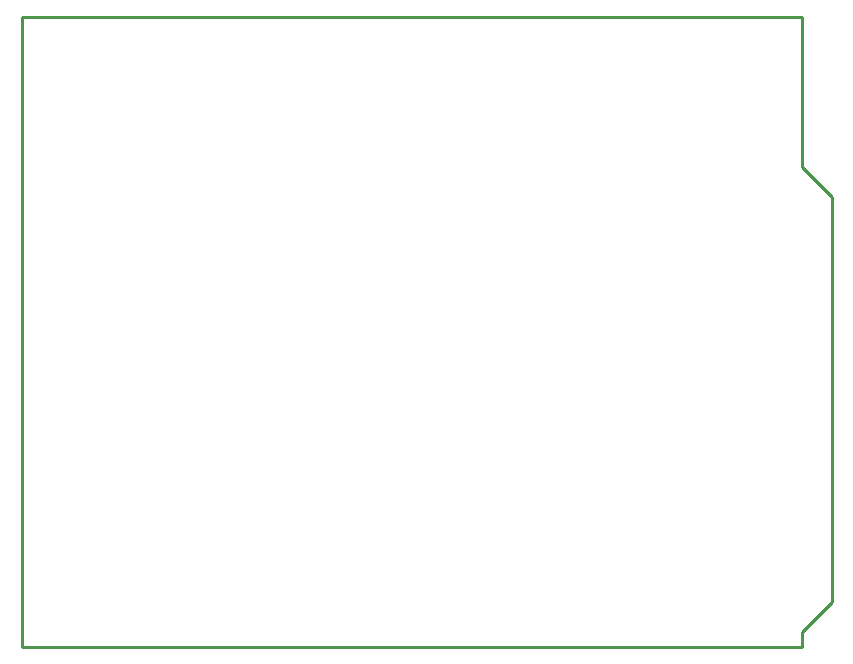
<source format=gbr>
G04*
G04 #@! TF.GenerationSoftware,Altium Limited,Altium Designer,23.0.1 (38)*
G04*
G04 Layer_Color=16711935*
%FSLAX44Y44*%
%MOMM*%
G71*
G04*
G04 #@! TF.SameCoordinates,64DEC9DB-233E-40C6-88A2-80678BC6FC1E*
G04*
G04*
G04 #@! TF.FilePolarity,Positive*
G04*
G01*
G75*
%ADD13C,0.2540*%
D13*
X660400Y406400D02*
X685800Y381000D01*
X685800Y38100D02*
X685800Y381000D01*
X660400Y12700D02*
X685800Y38100D01*
X660400Y0D02*
Y12700D01*
Y406400D02*
Y533400D01*
X0Y0D02*
X660400D01*
X0Y533400D02*
X660400D01*
X0Y0D02*
Y533400D01*
M02*

</source>
